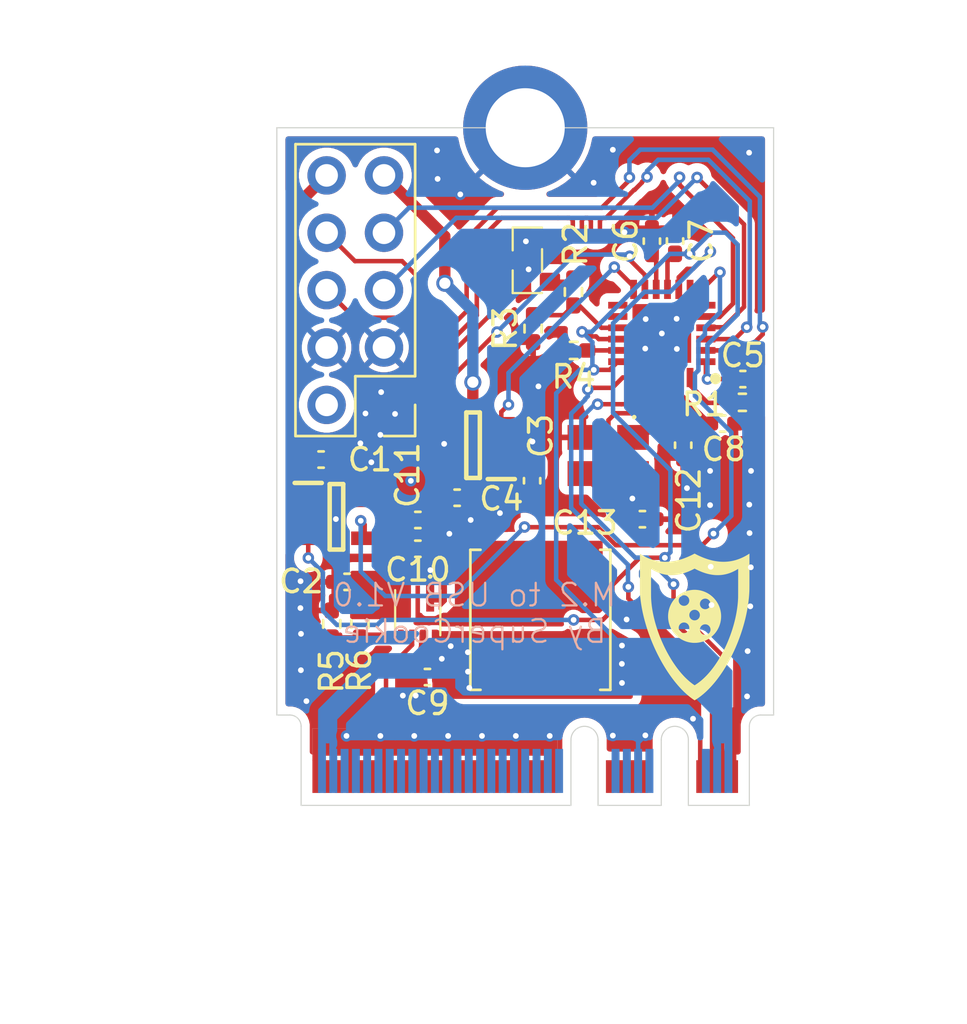
<source format=kicad_pcb>
(kicad_pcb (version 20241229) (generator "pcbnew") (generator_version "9.0")
  (layers (0 "F.Cu" signal) (2 "B.Cu" signal) (13 "F.Paste" user) (15 "B.Paste" user) (5 "F.SilkS" user "F.Silkscreen") (7 "B.SilkS" user "B.Silkscreen") (1 "F.Mask" user) (3 "B.Mask" user) (25 "Edge.Cuts" user))
  (net 0 "")
  (net 1 "VBUS_OUT_1")
  (net 2 "GND")
  (net 3 "+5V")
  (net 4 "VBUS_OUT_2")
  (net 5 "+3.3V")
  (net 6 "Net-(IC1-CRFILT)")
  (net 7 "Net-(IC1-PLLFILT)")
  (net 8 "XTAL1")
  (net 9 "XTAL2")
  (net 10 "Net-(IC1-SUSP_IND{slash}LOCAL_PWR{slash}(NON_REM0))")
  (net 11 "OC2")
  (net 12 "USB_D_UP+")
  (net 13 "USB_D_DN1+")
  (net 14 "Reset")
  (net 15 "USB_D_DN2+")
  (net 17 "USB_D_DN1-")
  (net 18 "USB_D_UP-")
  (net 20 "USB_D_DN2-")
  (net 22 "Net-(IC1-RBIAS)")
  (net 23 "Port2_EN")
  (net 24 "OC1")
  (net 25 "Port1_EN")
  (net 69 "Net-(PS1-SW)")
  (net 70 "Net-(PS1-FB)")
  (net 71 "Net-(U1-~Reset)")
  (footprint "Component Library:SOT95P280X145-5N" (layer "F.Cu") (at 146.515 85.66)
    (property "Reference" "IC2")
    (property "Value" "TPS2041CDBVT" (hide yes))
  )
  (footprint "Capacitor_SMD:C_0402_1005Metric_Pad0.74x0.62mm_HandSolder" (layer "F.Cu") (at 150.12 87.075 180)
    (property "Reference" "C10")
    (property "Value" "10uF")
  )
  (footprint "Inductor_SMD:L_Bourns_SRN6045TA" (layer "F.Cu") (at 155.545 90.22 90)
    (property "Reference" "L1")
    (property "Value" "1uH")
  )
  (footprint "Capacitor_SMD:C_0402_1005Metric_Pad0.74x0.62mm_HandSolder" (layer "F.Cu") (at 160.065 85.765)
    (property "Reference" "C13")
    (property "Value" "C_Small")
  )
  (footprint "Capacitor_SMD:C_0402_1005Metric_Pad0.74x0.62mm_HandSolder" (layer "F.Cu") (at 150.12 85.8 180)
    (property "Reference" "C11")
    (property "Value" "10uF")
  )
  (footprint "Resistor_SMD:R_0402_1005Metric" (layer "F.Cu") (at 164.4925 80.5925)
    (property "Reference" "R1")
    (property "Value" "12kΩ")
  )
  (footprint "Resistor_SMD:R_0402_1005Metric_Pad0.72x0.64mm_HandSolder" (layer "F.Cu") (at 146.305 90.4025 90)
    (property "Reference" "R5")
    (property "Value" "100kΩ")
  )
  (footprint "Capacitor_SMD:C_0402_1005Metric_Pad0.74x0.62mm_HandSolder" (layer "F.Cu") (at 150.545 92.755 180)
    (property "Reference" "C9")
    (property "Value" "2.2uF")
  )
  (footprint "Component Library:TPS61022RWUR" (layer "F.Cu") (at 150.115 89.905 -90)
    (property "Reference" "PS1")
    (property "Value" "TPS61022RWUR" (hide yes))
  )
  (footprint "Component Library:USB 2.0 Front Header" (layer "F.Cu") (at 148.62 80.705 180)
    (property "Reference" "J2")
    (property "Value" "Conn_2Rows-09Pins")
  )
  (footprint "Component Library:NGFF_A+E" (layer "F.Cu") (at 154.875 98.435)
    (property "Reference" "J1")
    (property "Value" "M.2 Slot")
    (fp_line (start -11 -4) (end -10.425 -4) (stroke (width 0.05)) (layer "Edge.Cuts"))
    (fp_line (start -9.925 -3.5) (end -9.925 0) (stroke (width 0.05)) (layer "Edge.Cuts"))
    (fp_line (start -9.925 0) (end 2.025 0) (stroke (width 0.05)) (layer "Edge.Cuts"))
    (fp_line (start 2.025 0) (end 2.025 -2.9) (stroke (width 0.05)) (layer "Edge.Cuts"))
    (fp_line (start 3.225 -2.9) (end 3.225 0) (stroke (width 0.05)) (layer "Edge.Cuts"))
    (fp_line (start 3.225 0) (end 6.025 0) (stroke (width 0.05)) (layer "Edge.Cuts"))
    (fp_line (start 6.025 0) (end 6.025 -2.9) (stroke (width 0.05)) (layer "Edge.Cuts"))
    (fp_line (start 7.225 -2.9) (end 7.225 0) (stroke (width 0.05)) (layer "Edge.Cuts"))
    (fp_line (start 7.225 0) (end 9.925 0) (stroke (width 0.05)) (layer "Edge.Cuts"))
    (fp_line (start 9.925 0) (end 9.925 -3.5) (stroke (width 0.05)) (layer "Edge.Cuts"))
    (fp_line (start 10.425 -4) (end 11 -4) (stroke (width 0.05)) (layer "Edge.Cuts"))
    (fp_arc (start -10.425 -4) (mid -10.071447 -3.853553) (end -9.925 -3.5) (stroke (width 0.05)) (layer "Edge.Cuts"))
    (fp_arc (start 2.025 -2.9) (mid 2.625 -3.5) (end 3.225 -2.9) (stroke (width 0.05)) (layer "Edge.Cuts"))
    (fp_arc (start 6.025 -2.9) (mid 6.625 -3.5) (end 7.225 -2.9) (stroke (width 0.05)) (layer "Edge.Cuts"))
    (fp_arc (start 9.925 -3.5) (mid 10.071447 -3.853553) (end 10.425 -4) (stroke (width 0.05)) (layer "Edge.Cuts"))
  )
  (footprint "Capacitor_SMD:C_0402_1005Metric_Pad0.74x0.62mm_HandSolder" (layer "F.Cu") (at 160.485 73.455 90)
    (property "Reference" "C6")
    (property "Value" "1uF")
  )
  (footprint "Capacitor_SMD:C_0402_1005Metric_Pad0.74x0.62mm_HandSolder" (layer "F.Cu") (at 155.18 84.0625 90)
    (property "Reference" "C3")
    (property "Value" "10uF")
  )
  (footprint "LOGO" (layer "F.Cu") (at 162.3825 90.535)
    (property "Reference" "G***" (hide yes))
    (property "Value" "LOGO" (hide yes))
  )
  (footprint "Resistor_SMD:R_0402_1005Metric_Pad0.72x0.64mm_HandSolder" (layer "F.Cu") (at 157.01 75.705 -90)
    (property "Reference" "R2")
    (property "Value" "100kΩ")
  )
  (footprint "Capacitor_SMD:C_0402_1005Metric_Pad0.74x0.62mm_HandSolder" (layer "F.Cu") (at 161.87 82.49 90)
    (property "Reference" "C12")
    (property "Value" "C_Small")
  )
  (footprint "Resistor_SMD:R_0402_1005Metric_Pad0.72x0.64mm_HandSolder" (layer "F.Cu") (at 157.0225 78.295 180)
    (property "Reference" "R4")
    (property "Value" "100kΩ")
  )
  (footprint "Resistor_SMD:R_0402_1005Metric_Pad0.72x0.64mm_HandSolder" (layer "F.Cu") (at 155.225 77.33 -90)
    (property "Reference" "R3")
    (property "Value" "100kΩ")
  )
  (footprint "Component Library:APX809-SR" (layer "F.Cu") (at 154.97 74.305 180)
    (property "Reference" "U1")
    (property "Value" "APX809-46SRG-7")
  )
  (footprint "Capacitor_SMD:C_0402_1005Metric_Pad0.74x0.62mm_HandSolder" (layer "F.Cu") (at 161.51 73.45 -90)
    (property "Reference" "C7")
    (property "Value" "1uF")
  )
  (footprint "Component Library:RH10010000105050TR" (layer "F.Cu") (at 158.55 82.945 180)
    (property "Reference" "Y1")
    (property "Value" "RH100-24.000-9-1015-EXT-TR" (hide yes))
  )
  (footprint "Resistor_SMD:R_0402_1005Metric_Pad0.72x0.64mm_HandSolder" (layer "F.Cu") (at 147.555 90.4025 -90)
    (property "Reference" "R6")
    (property "Value" "732kΩ")
  )
  (footprint "Capacitor_SMD:C_0402_1005Metric_Pad0.74x0.62mm_HandSolder" (layer "F.Cu") (at 163.62 81.5325)
    (property "Reference" "C8")
    (property "Value" "100nF")
  )
  (footprint "Component Library:SOT95P280X145-5N" (layer "F.Cu") (at 152.565 82.49 180)
    (property "Reference" "IC3")
    (property "Value" "TPS2041CDBVT" (hide yes))
  )
  (footprint "Component Library:m.2 edge mount hole" (layer "F.Cu") (at 154.875 68.435)
    (property "Reference" "H1")
    (property "Value" "MountingHole_Pad")
  )
  (footprint "Capacitor_SMD:C_0402_1005Metric_Pad0.74x0.62mm_HandSolder" (layer "F.Cu") (at 146.985 88.54 180)
    (property "Reference" "C2")
    (property "Value" "100nF")
  )
  (footprint "Component Library:QFN50P400X400X100-25N-D" (layer "F.Cu") (at 160.925 77.5425 180)
    (property "Reference" "IC1")
    (property "Value" "USB2422T_MJ" (hide yes))
  )
  (footprint "Capacitor_SMD:C_0402_1005Metric_Pad0.74x0.62mm_HandSolder" (layer "F.Cu") (at 151.86 84.815)
    (property "Reference" "C4")
    (property "Value" "100nF")
  )
  (footprint "Capacitor_SMD:C_0402_1005Metric" (layer "F.Cu") (at 164.5125 79.5625 180)
    (property "Reference" "C5")
    (property "Value" "100nF")
  )
  (footprint "Capacitor_SMD:C_0402_1005Metric_Pad0.74x0.62mm_HandSolder" (layer "F.Cu") (at 145.835 83.125 180)
    (property "Reference" "C1")
    (property "Value" "10uF")
  )
  (gr_line (start 165.875 68.435) (end 143.875 68.435) (stroke (width 0.05)) (layer "Edge.Cuts"))
  (gr_line (start 143.875 68.435) (end 143.875 94.435) (stroke (width 0.05)) (layer "Edge.Cuts"))
  (gr_line (start 165.875 94.435) (end 165.875 68.435) (stroke (width 0.05)) (layer "Edge.Cuts"))
  (gr_text "M.2 to USB V1.0\nBy SuperCookie" (at 152.625 89.93 0) (layer "B.SilkS") (effects (font (size 1 1) (thickness 0.1)) (justify mirror)))
  (segment (start 145.2675 82.6425) (end 144.59 81.965) (width 0.5) (layer "F.Cu") (net 1))
  (segment (start 145.2675 83.125) (end 145.2675 82.6425) (width 0.5) (layer "F.Cu") (net 1))
  (segment (start 145.265 84.71) (end 145.265 83.1275) (width 0.5) (layer "F.Cu") (net 1))
  (segment (start 144.59 81.965) (end 144.59 72.035) (width 0.5) (layer "F.Cu") (net 1))
  (segment (start 145.265 83.1275) (end 145.2675 83.125) (width 0.2) (layer "F.Cu") (net 1))
  (segment (start 144.59 72.035) (end 146.08 70.545) (width 0.5) (layer "F.Cu") (net 1))
  (segment (start 162.625 97.16) (end 162.625 94.918297) (width 0.2) (layer "F.Cu") (net 2))
  (segment (start 164.125 94.185) (end 164.7 93.61) (width 0.2) (layer "F.Cu") (net 2))
  (segment (start 162.625 94.918297) (end 162.305788 94.599085) (width 0.2) (layer "F.Cu") (net 2))
  (segment (start 164.125 97.16) (end 164.125 94.185) (width 0.2) (layer "F.Cu") (net 2))
  (via (at 164.725 91.605) (size 0.508) (drill 0.254) (layers "F.Cu" "B.Cu") (net 2))
  (via (at 154.46 95.36) (size 0.508) (drill 0.254) (layers "F.Cu" "B.Cu") (net 2))
  (via (at 162.305788 94.599085) (size 0.508) (drill 0.254) (layers "F.Cu" "B.Cu") (net 2))
  (via (at 150.97 69.44) (size 0.508) (drill 0.254) (layers "F.Cu" "B.Cu") (net 2))
  (via (at 160.19 78.2125) (size 0.508) (drill 0.254) (layers "F.Cu" "B.Cu") (net 2))
  (via (at 163.09 87.87) (size 0.508) (drill 0.254) (layers "F.Cu" "B.Cu") (net 2))
  (via (at 152.46 85.8) (size 0.508) (drill 0.254) (layers "F.Cu" "B.Cu") (net 2))
  (via (at 148.06 83.245) (size 0.508) (drill 0.254) (layers "F.Cu" "B.Cu") (net 2))
  (via (at 161.58 76.8925) (size 0.508) (drill 0.254) (layers "F.Cu" "B.Cu") (net 2))
  (via (at 163.0625 83.6275) (size 0.508) (drill 0.254) (layers "F.Cu" "B.Cu") (net 2))
  (via (at 146.49 85.76) (size 0.508) (drill 0.254) (layers "F.Cu" "B.Cu") (net 2))
  (via (at 155.025 74.705) (size 0.508) (drill 0.254) (layers "F.Cu" "B.Cu") (net 2))
  (via (at 146.96 95.36) (size 0.508) (drill 0.254) (layers "F.Cu" "B.Cu") (net 2))
  (via (at 155.46 79.885) (size 0.508) (drill 0.254) (layers "F.Cu" "B.Cu") (net 2))
  (via (at 150.025 93.575) (size 0.508) (drill 0.254) (layers "F.Cu" "B.Cu") (net 2))
  (via (at 147.8 81.085) (size 0.508) (drill 0.254) (layers "F.Cu" "B.Cu") (net 2))
  (via (at 148.495 80.14) (size 0.508) (drill 0.254) (layers "F.Cu" "B.Cu") (net 2))
  (via (at 163.125 89.565) (size 0.508) (drill 0.254) (layers "F.Cu" "B.Cu") (net 2))
  (via (at 151.46 95.36) (size 0.508) (drill 0.254) (layers "F.Cu" "B.Cu") (net 2))
  (via (at 152 71.385) (size 0.508) (drill 0.254) (layers "F.Cu" "B.Cu") (net 2))
  (via (at 150.675 88.02) (size 0.508) (drill 0.254) (layers "F.Cu" "B.Cu") (net 2))
  (via (at 150.995 70.7) (size 0.508) (drill 0.254) (layers "F.Cu" "B.Cu") (net 2))
  (via (at 154.905 73.465) (size 0.508) (drill 0.254) (layers "F.Cu" "B.Cu") (net 2))
  (via (at 164.7 93.61) (size 0.508) (drill 0.254) (layers "F.Cu" "B.Cu") (net 2))
  (via (at 160.925 77.5425) (size 0.508) (drill 0.254) (layers "F.Cu" "B.Cu") (net 2))
  (via (at 164.79 69.54) (size 0.508) (drill 0.254) (layers "F.Cu" "B.Cu") (net 2))
  (via (at 148.46 82.03) (size 0.508) (drill 0.254) (layers "F.Cu" "B.Cu") (net 2))
  (via (at 149.455 93.575) (size 0.508) (drill 0.254) (layers "F.Cu" "B.Cu") (net 2))
  (via (at 151.515 86.41) (size 0.508) (drill 0.254) (layers "F.Cu" "B.Cu") (net 2))
  (via (at 158.755 95.345) (size 0.508) (drill 0.254) (layers "F.Cu" "B.Cu") (net 2))
  (via (at 155.195 82.33) (size 0.508) (drill 0.254) (layers "F.Cu" "B.Cu") (net 2))
  (via (at 144.945 90.84) (size 0.508) (drill 0.254) (layers "F.Cu" "B.Cu") (net 2))
  (via (at 151.285 82.43) (size 0.508) (drill 0.254) (layers "F.Cu" "B.Cu") (net 2))
  (via (at 160.195 95.335) (size 0.508) (drill 0.254) (layers "F.Cu" "B.Cu") (net 2))
  (via (at 144.92 89.7) (size 0.508) (drill 0.254) (layers "F.Cu" "B.Cu") (net 2))
  (via (at 160.21 76.9075) (size 0.508) (drill 0.254) (layers "F.Cu" "B.Cu") (net 2))
  (via (at 148.46 95.36) (size 0.508) (drill 0.254) (layers "F.Cu" "B.Cu") (net 2))
  (via (at 159.62 84.85) (size 0.508) (drill 0.254) (layers "F.Cu" "B.Cu") (net 2))
  (via (at 159.365 90.205) (size 0.508) (drill 0.254) (layers "F.Cu" "B.Cu") (net 2))
  (via (at 144.925 88.51) (size 0.508) (drill 0.254) (layers "F.Cu" "B.Cu") (net 2))
  (via (at 164.81 86.38) (size 0.508) (drill 0.254) (layers "F.Cu" "B.Cu") (net 2))
  (via (at 147.575 82.405) (size 0.508) (drill 0.254) (layers "F.Cu" "B.Cu") (net 2))
  (via (at 163.0625 85.1425) (size 0.508) (drill 0.254) (layers "F.Cu" "B.Cu") (net 2))
  (via (at 164.865 87.895) (size 0.508) (drill 0.254) (layers "F.Cu" "B.Cu") (net 2))
  (via (at 153.755 85.495) (size 0.508) (drill 0.254) (layers "F.Cu" "B.Cu") (net 2))
  (via (at 155.96 95.36) (size 0.508) (drill 0.254) (layers "F.Cu" "B.Cu") (net 2))
  (via (at 164.8425 89.6225) (size 0.508) (drill 0.254) (layers "F.Cu" "B.Cu") (net 2))
  (via (at 159.27 73.06) (size 0.508) (drill 0.254) (layers "F.Cu" "B.Cu") (net 2))
  (via (at 149.11 81.105) (size 0.508) (drill 0.254) (layers "F.Cu" "B.Cu") (net 2))
  (via (at 152.96 95.36) (size 0.508) (drill 0.254) (layers "F.Cu" "B.Cu") (net 2))
  (via (at 164.7975 85.12) (size 0.508) (drill 0.254) (layers "F.Cu" "B.Cu") (net 2))
  (via (at 161.59 78.2275) (size 0.508) (drill 0.254) (layers "F.Cu" "B.Cu") (net 2))
  (via (at 162.0375 84.39) (size 0.508) (drill 0.254) (layers "F.Cu" "B.Cu") (net 2))
  (via (at 157.905 70.87) (size 0.508) (drill 0.254) (layers "F.Cu" "B.Cu") (net 2))
  (via (at 164.875 83.6275) (size 0.508) (drill 0.254) (layers "F.Cu" "B.Cu") (net 2))
  (via (at 144.94 92.45) (size 0.508) (drill 0.254) (layers "F.Cu" "B.Cu") (net 2))
  (via (at 145.185 93.82) (size 0.508) (drill 0.254) (layers "F.Cu" "B.Cu") (net 2))
  (via (at 158.755 69.41) (size 0.508) (drill 0.254) (layers "F.Cu" "B.Cu") (net 2))
  (via (at 149.96 95.36) (size 0.508) (drill 0.254) (layers "F.Cu" "B.Cu") (net 2))
  (segment (start 159.875 95.655) (end 160.195 95.335) (width 0.2) (layer "B.Cu") (net 2))
  (segment (start 159.875 96.91) (end 159.875 95.655) (width 0.2) (layer "B.Cu") (net 2))
  (segment (start 151.810298 78.23) (end 151.54 78.23) (width 0.2) (layer "F.Cu") (net 3))
  (segment (start 151.54 78.23) (end 149.81 79.96) (width 0.2) (layer "F.Cu") (net 3))
  (segment (start 153.97 74.305) (end 153.97 76.070298) (width 0.2) (layer "F.Cu") (net 3))
  (segment (start 153.97 76.070298) (end 151.810298 78.23) (width 0.2) (layer "F.Cu") (net 3))
  (segment (start 149.81 79.96) (end 149.81 84.065) (width 0.2) (layer "F.Cu") (net 3))
  (via (at 149.81 84.065) (size 0.508) (drill 0.254) (layers "F.Cu" "B.Cu") (net 3))
  (segment (start 151.315 75.32) (end 151.315 73.24) (width 0.5) (layer "F.Cu") (net 4))
  (segment (start 153.015 83.44) (end 153.815 83.44) (width 0.5) (layer "F.Cu") (net 4))
  (segment (start 155.125 83.44) (end 155.18 83.495) (width 0.2) (layer "F.Cu") (net 4))
  (segment (start 152.555 82.98) (end 153.015 83.44) (width 0.5) (layer "F.Cu") (net 4))
  (segment (start 153.815 83.44) (end 155.125 83.44) (width 0.5) (layer "F.Cu") (net 4))
  (segment (start 151.315 73.24) (end 148.62 70.545) (width 0.5) (layer "F.Cu") (net 4))
  (segment (start 152.555 79.7) (end 152.555 82.98) (width 0.5) (layer "F.Cu") (net 4))
  (via (at 152.555 79.7) (size 0.754) (drill 0.5) (layers "F.Cu" "B.Cu") (net 4))
  (via (at 151.315 75.32) (size 0.754) (drill 0.5) (layers "F.Cu" "B.Cu") (net 4))
  (segment (start 152.555 79.7) (end 152.555 76.56) (width 0.5) (layer "B.Cu") (net 4))
  (segment (start 152.555 76.56) (end 151.315 75.32) (width 0.5) (layer "B.Cu") (net 4))
  (segment (start 158.6125 79.155) (end 158.975 78.7925) (width 0.2) (layer "F.Cu") (net 5))
  (segment (start 157.39 77.47) (end 157.62 77.47) (width 0.2) (layer "F.Cu") (net 5))
  (segment (start 162.945 79.56) (end 164.0675 79.56) (width 0.2) (layer "F.Cu") (net 5))
  (segment (start 161.5125 74.02) (end 161.51 74.0175) (width 0.2) (layer "F.Cu") (net 5))
  (segment (start 148.71 93.75) (end 149.235 94.275) (width 0.2) (layer "F.Cu") (net 5))
  (segment (start 149.865 90.88) (end 149.865 91.332) (width 0.2) (layer "F.Cu") (net 5))
  (segment (start 162.155 74.02) (end 161.5125 74.02) (width 0.2) (layer "F.Cu") (net 5))
  (segment (start 157.62 77.47) (end 157.824 77.674) (width 0.2) (layer "F.Cu") (net 5))
  (segment (start 158.012886 77.674) (end 158.131386 77.7925) (width 0.2) (layer "F.Cu") (net 5))
  (segment (start 158.131386 77.7925) (end 158.975 77.7925) (width 0.2) (layer "F.Cu") (net 5))
  (segment (start 157.91 79.155) (end 158.6125 79.155) (width 0.2) (layer "F.Cu") (net 5))
  (segment (start 162.875 78.7925) (end 162.875 79.49) (width 0.2) (layer "F.Cu") (net 5))
  (segment (start 149.235 94.275) (end 150.435 94.275) (width 0.2) (layer "F.Cu") (net 5))
  (segment (start 161.175 74.3525) (end 161.51 74.0175) (width 0.2) (layer "F.Cu") (net 5))
  (segment (start 148.71 92.487) (end 148.71 93.75) (width 0.2) (layer "F.Cu") (net 5))
  (segment (start 151.1125 93.5975) (end 151.1125 92.755) (width 0.2) (layer "F.Cu") (net 5))
  (segment (start 161.175 75.5925) (end 161.175 74.3525) (width 0.2) (layer "F.Cu") (net 5))
  (segment (start 149.865 91.332) (end 148.71 92.487) (width 0.2) (layer "F.Cu") (net 5))
  (segment (start 164.0675 79.56) (end 164.1075 79.6) (width 0.2) (layer "F.Cu") (net 5))
  (segment (start 162.875 79.49) (end 162.945 79.56) (width 0.2) (layer "F.Cu") (net 5))
  (segment (start 150.435 94.275) (end 151.1125 93.5975) (width 0.2) (layer "F.Cu") (net 5))
  (segment (start 157.824 77.674) (end 158.012886 77.674) (width 0.2) (layer "F.Cu") (net 5))
  (via (at 157.39 77.47) (size 0.508) (drill 0.254) (layers "F.Cu" "B.Cu") (net 5))
  (via (at 159.16 93.015) (size 0.508) (drill 0.254) (layers "F.Cu" "B.Cu") (net 5))
  (via (at 152.335 91.655) (size 0.508) (drill 0.254) (layers "F.Cu" "B.Cu") (net 5))
  (via (at 151.575 91.385) (size 0.508) (drill 0.254) (layers "F.Cu" "B.Cu") (net 5))
  (via (at 162.945 79.56) (size 0.508) (drill 0.254) (layers "F.Cu" "B.Cu") (net 5))
  (via (at 159.16 91.36) (size 0.508) (drill 0.254) (layers "F.Cu" "B.Cu") (net 5))
  (via (at 152.34 92.515) (size 0.508) (drill 0.254) (layers "F.Cu" "B.Cu") (net 5))
  (via (at 152.397729 93.231701) (size 0.508) (drill 0.254) (layers "F.Cu" "B.Cu") (net 5))
  (via (at 151.18 91.945) (size 0.508) (drill 0.254) (layers "F.Cu" "B.Cu") (net 5))
  (via (at 159.155 92.17) (size 0.508) (drill 0.254) (layers "F.Cu" "B.Cu") (net 5))
  (via (at 162.155 74.02) (size 0.508) (drill 0.254) (layers "F.Cu" "B.Cu") (net 5))
  (via (at 157.91 79.155) (size 0.508) (drill 0.254) (layers "F.Cu" "B.Cu") (net 5))
  (segment (start 157.85 79.095) (end 157.91 79.155) (width 0.2) (layer "B.Cu") (net 5))
  (segment (start 164.285 73.6125) (end 164.285 76.695) (width 0.2) (layer "B.Cu") (net 5))
  (segment (start 157.39 77.47) (end 157.85 77.93) (width 0.2) (layer "B.Cu") (net 5))
  (segment (start 161.27 74.02) (end 162.155 74.02) (width 0.2) (layer "B.Cu") (net 5))
  (segment (start 156.245 80.195) (end 157.285 79.155) (width 0.2) (layer "B.Cu") (net 5))
  (segment (start 162.155 74.02) (end 163.095 73.08) (width 0.2) (layer "B.Cu") (net 5))
  (segment (start 157.285 79.155) (end 157.91 79.155) (width 0.2) (layer "B.Cu") (net 5))
  (segment (start 163.095 73.08) (end 163.7525 73.08) (width 0.2) (layer "B.Cu") (net 5))
  (segment (start 159.16 91.36) (end 156.245 88.445) (width 0.2) (layer "B.Cu") (net 5))
  (segment (start 157.85 77.93) (end 157.85 79.095) (width 0.2) (layer "B.Cu") (net 5))
  (segment (start 163.7525 73.08) (end 164.285 73.6125) (width 0.2) (layer "B.Cu") (net 5))
  (segment (start 162.945 78.035) (end 162.945 79.56) (width 0.2) (layer "B.Cu") (net 5))
  (segment (start 157.39 77.47) (end 157.82 77.47) (width 0.2) (layer "B.Cu") (net 5))
  (segment (start 164.285 76.695) (end 162.945 78.035) (width 0.2) (layer "B.Cu") (net 5))
  (segment (start 157.82 77.47) (end 161.27 74.02) (width 0.2) (layer "B.Cu") (net 5))
  (segment (start 156.245 88.445) (end 156.245 80.195) (width 0.2) (layer "B.Cu") (net 5))
  (segment (start 160.675 75.5925) (end 160.675 74.2125) (width 0.2) (layer "F.Cu") (net 6))
  (segment (start 160.675 74.2125) (end 160.485 74.0225) (width 0.2) (layer "F.Cu") (net 6))
  (segment (start 161.675 80.155) (end 163.0525 81.5325) (width 0.2) (layer "F.Cu") (net 7))
  (segment (start 161.675 79.4925) (end 161.675 80.155) (width 0.2) (layer "F.Cu") (net 7))
  (segment (start 161.175 81.2275) (end 161.87 81.9225) (width 0.2) (layer "F.Cu") (net 8))
  (segment (start 159.65 82.145) (end 160.125 82.145) (width 0.2) (layer "F.Cu") (net 8))
  (segment (start 161.175 79.4925) (end 161.175 81.2275) (width 0.2) (layer "F.Cu") (net 8))
  (segment (start 159.8725 81.9225) (end 159.65 82.145) (width 0.2) (layer "F.Cu") (net 8))
  (segment (start 161.87 81.9225) (end 159.8725 81.9225) (width 0.2) (layer "F.Cu") (net 8))
  (segment (start 157.45 83.8175) (end 159.4975 85.865) (width 0.2) (layer "F.Cu") (net 9))
  (segment (start 158.868 81.075) (end 158.56 81.383) (width 0.2) (layer "F.Cu") (net 9))
  (segment (start 160.675 79.4925) (end 160.675 80.7) (width 0.2) (layer "F.Cu") (net 9))
  (segment (start 158.56 82.887) (end 157.702 83.745) (width 0.2) (layer "F.Cu") (net 9))
  (segment (start 160.675 80.7) (end 160.3 81.075) (width 0.2) (layer "F.Cu") (net 9))
  (segment (start 158.56 81.383) (end 158.56 82.887) (width 0.2) (layer "F.Cu") (net 9))
  (segment (start 157.45 83.745) (end 157.45 83.8175) (width 0.2) (layer "F.Cu") (net 9))
  (segment (start 160.3 81.075) (end 158.868 81.075) (width 0.2) (layer "F.Cu") (net 9))
  (segment (start 157.702 83.745) (end 157.45 83.745) (width 0.2) (layer "F.Cu") (net 9))
  (segment (start 158.975 78.2925) (end 157.6225 78.2925) (width 0.2) (layer "F.Cu") (net 10))
  (segment (start 157.6225 78.2925) (end 157.62 78.295) (width 0.2) (layer "F.Cu") (net 10))
  (segment (start 153.815 81.54) (end 153.815 81.015) (width 0.2) (layer "F.Cu") (net 11))
  (segment (start 153.815 81.015) (end 154.135 80.695) (width 0.2) (layer "F.Cu") (net 11))
  (segment (start 159.675 75.5925) (end 159.675 75.46) (width 0.2) (layer "F.Cu") (net 11))
  (segment (start 159.675 75.46) (end 158.82 74.605) (width 0.2) (layer "F.Cu") (net 11))
  (via (at 154.135 80.695) (size 0.508) (drill 0.254) (layers "F.Cu" "B.Cu") (net 11))
  (via (at 158.82 74.605) (size 0.508) (drill 0.254) (layers "F.Cu" "B.Cu") (net 11))
  (segment (start 158.82 74.605) (end 154.135 79.29) (width 0.2) (layer "B.Cu") (net 11))
  (segment (start 154.135 79.29) (end 154.135 80.695) (width 0.2) (layer "B.Cu") (net 11))
  (segment (start 159.14 80.674) (end 158.081 80.674) (width 0.2) (layer "F.Cu") (net 12))
  (segment (start 163.6 91.796802) (end 161.444099 89.640901) (width 0.2) (layer "F.Cu") (net 12))
  (segment (start 163.625 96.072499) (end 163.6 96.047499) (width 0.2) (layer "F.Cu") (net 12))
  (segment (start 160.175 79.4925) (end 160.175 80.3) (width 0.2) (layer "F.Cu") (net 12))
  (segment (start 163.625 97.16) (end 163.625 96.072499) (width 0.2) (layer "F.Cu") (net 12))
  (segment (start 161.444099 89.640901) (end 161.444099 88.640901) (width 0.2) (layer "F.Cu") (net 12))
  (segment (start 160.175 80.3) (end 159.801 80.674) (width 0.2) (layer "F.Cu") (net 12))
  (segment (start 163.6 96.047499) (end 163.6 91.796802) (width 0.2) (layer "F.Cu") (net 12))
  (segment (start 159.801 80.674) (end 159.14 80.674) (width 0.2) (layer "F.Cu") (net 12))
  (via (at 158.081 80.674) (size 0.508) (drill 0.254) (layers "F.Cu" "B.Cu") (net 12))
  (via (at 161.444099 88.640901) (size 0.508) (drill 0.254) (layers "F.Cu" "B.Cu") (net 12))
  (segment (start 158.081 80.674) (end 157.963199 80.674) (width 0.2) (layer "B.Cu") (net 12))
  (segment (start 157.36 85.081802) (end 159.744099 87.465901) (width 0.2) (layer "B.Cu") (net 12))
  (segment (start 160.269099 87.465901) (end 161.444099 88.640901) (width 0.2) (layer "B.Cu") (net 12))
  (segment (start 157.963199 80.674) (end 157.36 81.277199) (width 0.2) (layer "B.Cu") (net 12))
  (segment (start 157.36 81.277199) (end 157.36 85.081802) (width 0.2) (layer "B.Cu") (net 12))
  (segment (start 159.744099 87.465901) (end 160.269099 87.465901) (width 0.2) (layer "B.Cu") (net 12))
  (segment (start 157.62304 72.43) (end 157.54304 72.43) (width 0.2) (layer "F.Cu") (net 13))
  (segment (start 164.1575 77.7925) (end 164.685 77.265) (width 0.2) (layer "F.Cu") (net 13))
  (segment (start 152.73 76.743198) (end 151.798198 77.675) (width 0.2) (layer "F.Cu") (net 13))
  (segment (start 147.3 76.845) (end 146.08 75.625) (width 0.2) (layer "F.Cu") (net 13))
  (segment (start 159.719889 71.185) (end 159.695 71.185) (width 0.2) (layer "F.Cu") (net 13))
  (segment (start 157.22304 73.35) (end 157.14304 73.35) (width 0.2) (layer "F.Cu") (net 13))
  (segment (start 156.74304 72.43) (end 156.325 72.43) (width 0.2) (layer "F.Cu") (net 13))
  (segment (start 158.02304 73.35) (end 157.94304 73.35) (width 0.2) (layer "F.Cu") (net 13))
  (segment (start 156.325 72.43) (end 153.828198 72.43) (width 0.2) (layer "F.Cu") (net 13))
  (segment (start 158.18304 72.59) (end 158.18304 73.19) (width 0.2) (layer "F.Cu") (net 13))
  (segment (start 158.45 72.43) (end 158.34304 72.43) (width 0.2) (layer "F.Cu") (net 13))
  (segment (start 160.045 70.835) (end 160.045 70.859889) (width 0.2) (layer "F.Cu") (net 13))
  (segment (start 152.73 73.528198) (end 152.73 76.743198) (width 0.2) (layer "F.Cu") (net 13))
  (segment (start 157.78304 73.19) (end 157.78304 72.59) (width 0.2) (layer "F.Cu") (net 13))
  (segment (start 156.82304 72.43) (end 156.74304 72.43) (width 0.2) (layer "F.Cu") (net 13))
  (segment (start 149.29 76.845) (end 147.3 76.845) (width 0.2) (layer "F.Cu") (net 13))
  (segment (start 156.98304 73.19) (end 156.98304 72.59) (width 0.2) (layer "F.Cu") (net 13))
  (segment (start 153.828198 72.43) (end 152.73 73.528198) (width 0.2) (layer "F.Cu") (net 13))
  (segment (start 151.798198 77.675) (end 150.12 77.675) (width 0.2) (layer "F.Cu") (net 13))
  (segment (start 159.695 71.185) (end 158.45 72.43) (width 0.2) (layer "F.Cu") (net 13))
  (segment (start 160.045 70.859889) (end 159.719889 71.185) (width 0.2) (layer "F.Cu") (net 13))
  (segment (start 157.38304 72.59) (end 157.38304 73.19) (width 0.2) (layer "F.Cu") (net 13))
  (segment (start 160.27 70.61) (end 160.045 70.835) (width 0.2) (layer "F.Cu") (net 13))
  (segment (start 150.12 77.675) (end 149.29 76.845) (width 0.2) (layer "F.Cu") (net 13))
  (segment (start 162.875 77.7925) (end 164.1575 77.7925) (width 0.2) (layer "F.Cu") (net 13))
  (via (at 164.685 77.265) (size 0.508) (drill 0.254) (layers "F.Cu" "B.Cu") (net 13))
  (via (at 160.27 70.61) (size 0.508) (drill 0.254) (layers "F.Cu" "B.Cu") (net 13))
  (arc (start 157.38304 73.19) (mid 157.336177 73.303137) (end 157.22304 73.35) (width 0.2) (layer "F.Cu") (net 13))
  (arc (start 158.18304 73.19) (mid 158.136177 73.303137) (end 158.02304 73.35) (width 0.2) (layer "F.Cu") (net 13))
  (arc (start 158.34304 72.43) (mid 158.229903 72.476863) (end 158.18304 72.59) (width 0.2) (layer "F.Cu") (net 13))
  (arc (start 157.94304 73.35) (mid 157.829903 73.303137) (end 157.78304 73.19) (width 0.2) (layer "F.Cu") (net 13))
  (arc (start 157.14304 73.35) (mid 157.029903 73.303137) (end 156.98304 73.19) (width 0.2) (layer "F.Cu") (net 13))
  (arc (start 157.54304 72.43) (mid 157.429903 72.476863) (end 157.38304 72.59) (width 0.2) (layer "F.Cu") (net 13))
  (arc (start 156.98304 72.59) (mid 156.936177 72.476863) (end 156.82304 72.43) (width 0.2) (layer "F.Cu") (net 13))
  (arc (start 157.78304 72.59) (mid 157.736177 72.476863) (end 157.62304 72.43) (width 0.2) (layer "F.Cu") (net 13))
  (segment (start 160.27 70.35) (end 160.27 70.61) (width 0.2) (layer "B.Cu") (net 13))
  (segment (start 164.685 77.265) (end 164.818999 77.131001) (width 0.2) (layer "B.Cu") (net 13))
  (segment (start 162.987619 69.855) (end 160.765 69.855) (width 0.2) (layer "B.Cu") (net 13))
  (segment (start 164.818999 71.68638) (end 162.987619 69.855) (width 0.2) (layer "B.Cu") (net 13))
  (segment (start 160.765 69.855) (end 160.27 70.35) (width 0.2) (layer "B.Cu") (net 13))
  (segment (start 164.818999 77.131001) (end 164.818999 71.68638) (width 0.2) (layer "B.Cu") (net 13))
  (segment (start 156.58 76.7325) (end 157.01 76.3025) (width 0.2) (layer "F.Cu") (net 14))
  (segment (start 155.225 76.7325) (end 156.58 76.7325) (width 0.2) (layer "F.Cu") (net 14))
  (segment (start 158.975 77.2925) (end 158.2525 77.2925) (width 0.2) (layer "F.Cu") (net 14))
  (segment (start 157.01 76.3025) (end 157.2625 76.3025) (width 0.2) (layer "F.Cu") (net 14))
  (segment (start 157.2625 76.3025) (end 158.2525 77.2925) (width 0.2) (layer "F.Cu") (net 14))
  (segment (start 161.709587 70.959587) (end 164.075 73.325) (width 0.2) (layer "F.Cu") (net 15))
  (segment (start 163.175 76.8175) (end 163.15 76.7925) (width 0.2) (layer "F.Cu") (net 15))
  (segment (start 164.075 73.325) (end 164.075 76.221802) (width 0.2) (layer "F.Cu") (net 15))
  (segment (start 163.15 76.7925) (end 162.875 76.7925) (width 0.2) (layer "F.Cu") (net 15))
  (segment (start 161.71 70.625) (end 161.709587 70.625413) (width 0.2) (layer "F.Cu") (net 15))
  (segment (start 163.479302 76.8175) (end 163.175 76.8175) (width 0.2) (layer "F.Cu") (net 15))
  (segment (start 161.709587 70.625413) (end 161.709587 70.959587) (width 0.2) (layer "F.Cu") (net 15))
  (segment (start 164.075 76.221802) (end 163.479302 76.8175) (width 0.2) (layer "F.Cu") (net 15))
  (via (at 161.71 70.625) (size 0.508) (drill 0.254) (layers "F.Cu" "B.Cu") (net 15))
  (segment (start 148.62 73.085) (end 149.73 71.975) (width 0.2) (layer "B.Cu") (net 15))
  (segment (start 161.71 70.625) (end 161.71 70.775915) (width 0.2) (layer "B.Cu") (net 15))
  (segment (start 160.510915 71.975) (end 152.276802 71.975) (width 0.2) (layer "B.Cu") (net 15))
  (segment (start 161.71 70.775915) (end 160.510915 71.975) (width 0.2) (layer "B.Cu") (net 15))
  (segment (start 149.73 71.975) (end 152.276802 71.975) (width 0.2) (layer "B.Cu") (net 15))
  (segment (start 147.335 74.34) (end 146.08 73.085) (width 0.2) (layer "F.Cu") (net 17))
  (segment (start 150.675 77.225) (end 150.055 76.605) (width 0.2) (layer "F.Cu") (net 17))
  (segment (start 159.49 70.63) (end 159.49 70.753603) (width 0.2) (layer "F.Cu") (net 17))
  (segment (start 152.28 76.556802) (end 151.611802 77.225) (width 0.2) (layer "F.Cu") (net 17))
  (segment (start 150.055 76.605) (end 150.055 74.975) (width 0.2) (layer "F.Cu") (net 17))
  (segment (start 159.49 70.753603) (end 158.263603 71.98) (width 0.2) (layer "F.Cu") (net 17))
  (segment (start 153.641802 71.98) (end 152.28 73.341802) (width 0.2) (layer "F.Cu") (net 17))
  (segment (start 165.393 77.577) (end 165.393 77.255) (width 0.2) (layer "F.Cu") (net 17))
  (segment (start 158.263603 71.98) (end 153.641802 71.98) (width 0.2) (layer "F.Cu") (net 17))
  (segment (start 149.42 74.34) (end 147.335 74.34) (width 0.2) (layer "F.Cu") (net 17))
  (segment (start 162.875 78.2925) (end 164.6775 78.2925) (width 0.2) (layer "F.Cu") (net 17))
  (segment (start 165.05 77.92) (end 165.393 77.577) (width 0.2) (layer "F.Cu") (net 17))
  (segment (start 151.611802 77.225) (end 150.675 77.225) (width 0.2) (layer "F.Cu") (net 17))
  (segment (start 150.055 74.975) (end 149.42 74.34) (width 0.2) (layer "F.Cu") (net 17))
  (segment (start 152.28 73.341802) (end 152.28 76.556802) (width 0.2) (layer "F.Cu") (net 17))
  (segment (start 164.6775 78.2925) (end 165.05 77.92) (width 0.2) (layer "F.Cu") (net 17))
  (via (at 165.393 77.255) (size 0.508) (drill 0.254) (layers "F.Cu" "B.Cu") (net 17))
  (via (at 159.49 70.63) (size 0.508) (drill 0.254) (layers "F.Cu" "B.Cu") (net 17))
  (segment (start 159.49 69.875) (end 159.49 70.63) (width 0.2) (layer "B.Cu") (net 17))
  (segment (start 163.174015 69.405) (end 159.965 69.405) (width 0.2) (layer "B.Cu") (net 17))
  (segment (start 159.965 69.405) (end 159.74 69.63) (width 0.2) (layer "B.Cu") (net 17))
  (segment (start 165.269001 71.499986) (end 163.174015 69.405) (width 0.2) (layer "B.Cu") (net 17))
  (segment (start 159.74 69.63) (end 159.735 69.63) (width 0.2) (layer "B.Cu") (net 17))
  (segment (start 165.393 77.255) (end 165.269001 77.131001) (width 0.2) (layer "B.Cu") (net 17))
  (segment (start 165.269001 77.131001) (end 165.269001 71.499986) (width 0.2) (layer "B.Cu") (net 17))
  (segment (start 159.735 69.63) (end 159.49 69.875) (width 0.2) (layer "B.Cu") (net 17))
  (segment (start 157.935 79.95) (end 157.715 79.95) (width 0.2) (layer "F.Cu") (net 18))
  (segment (start 163.15 96.047499) (end 163.125 96.072499) (width 0.2) (layer "F.Cu") (net 18))
  (segment (start 159.442188 88.761287) (end 159.442188 89.275386) (width 0.2) (layer "F.Cu") (net 18))
  (segment (start 159.1925 79.4925) (end 158.755 79.93) (width 0.2) (layer "F.Cu") (net 18))
  (segment (start 163.15 91.983198) (end 163.15 96.047499) (width 0.2) (layer "F.Cu") (net 18))
  (segment (start 161.125901 89.959099) (end 163.15 91.983198) (width 0.2) (layer "F.Cu") (net 18))
  (segment (start 157.715 79.95) (end 157.645 80.02) (width 0.2) (layer "F.Cu") (net 18))
  (segment (start 158.755 79.93) (end 158.735 79.95) (width 0.2) (layer "F.Cu") (net 18))
  (segment (start 160.125901 89.959099) (end 161.125901 89.959099) (width 0.2) (layer "F.Cu") (net 18))
  (segment (start 159.675 79.4925) (end 159.1925 79.4925) (width 0.2) (layer "F.Cu") (net 18))
  (segment (start 159.442188 89.275386) (end 160.125901 89.959099) (width 0.2) (layer "F.Cu") (net 18))
  (segment (start 158.735 79.95) (end 157.935 79.95) (width 0.2) (layer "F.Cu") (net 18))
  (segment (start 163.125 96.072499) (end 163.125 97.16) (width 0.2) (layer "F.Cu") (net 18))
  (via (at 157.645 80.02) (size 0.508) (drill 0.254) (layers "F.Cu" "B.Cu") (net 18))
  (via (at 159.442188 88.761287) (size 0.508) (drill 0.254) (layers "F.Cu" "B.Cu") (net 18))
  (segment (start 157.526 80.474801) (end 157.526 80.444111) (width 0.2) (layer "B.Cu") (net 18))
  (segment (start 157.526 80.444111) (end 157.645 80.325111) (width 0.2) (layer "B.Cu") (net 18))
  (segment (start 156.91 81.090801) (end 157.526 80.474801) (width 0.2) (layer "B.Cu") (net 18))
  (segment (start 159.425901 87.784099) (end 156.91 85.268198) (width 0.2) (layer "B.Cu") (net 18))
  (segment (start 159.442188 88.761287) (end 159.425901 88.745) (width 0.2) (layer "B.Cu") (net 18))
  (segment (start 157.645 80.325111) (end 157.645 80.02) (width 0.2) (layer "B.Cu") (net 18))
  (segment (start 156.91 85.268198) (end 156.91 81.090801) (width 0.2) (layer "B.Cu") (net 18))
  (segment (start 159.425901 88.745) (end 159.425901 87.784099) (width 0.2) (layer "B.Cu") (net 18))
  (segment (start 164.565 76.368198) (end 163.665698 77.2675) (width 0.2) (layer "F.Cu") (net 20))
  (segment (start 163.665698 77.2675) (end 163.175 77.2675) (width 0.2) (layer "F.Cu") (net 20))
  (segment (start 163.175 77.2675) (end 163.15 77.2925) (width 0.2) (layer "F.Cu") (net 20))
  (segment (start 162.486156 70.636156) (end 164.565 72.715) (width 0.2) (layer "F.Cu") (net 20))
  (segment (start 164.565 72.715) (end 164.565 76.368198) (width 0.2) (layer "F.Cu") (net 20))
  (segment (start 163.15 77.2925) (end 162.875 77.2925) (width 0.2) (layer "F.Cu") (net 20))
  (via (at 162.486156 70.636156) (size 0.508) (drill 0.254) (layers "F.Cu" "B.Cu") (net 20))
  (segment (start 160.697312 72.425) (end 152.463198 72.425) (width 0.2) (layer "B.Cu") (net 20))
  (segment (start 148.62 75.625) (end 151.82 72.425) (width 0.2) (layer "B.Cu") (net 20))
  (segment (start 151.82 72.425) (end 152.463198 72.425) (width 0.2) (layer "B.Cu") (net 20))
  (segment (start 162.486156 70.636156) (end 160.697312 72.425) (width 0.2) (layer "B.Cu") (net 20))
  (segment (start 162.955 80.615) (end 162.175 79.835) (width 0.2) (layer "F.Cu") (net 22))
  (segment (start 162.175 79.835) (end 162.175 79.4925) (width 0.2) (layer "F.Cu") (net 22))
  (segment (start 163.9975 80.615) (end 162.955 80.615) (width 0.2) (layer "F.Cu") (net 22))
  (segment (start 151.315 79.79) (end 153.625 77.48) (width 0.2) (layer "F.Cu") (net 23))
  (segment (start 160.175 75.5925) (end 160.175 74.95) (width 0.2) (layer "F.Cu") (net 23))
  (segment (start 153.625 77.48) (end 153.515 77.59) (width 0.2) (layer "F.Cu") (net 23))
  (segment (start 159.5 74.275) (end 159.5 74.125) (width 0.2) (layer "F.Cu") (net 23))
  (segment (start 159.995 74.77) (end 159.5 74.275) (width 0.2) (layer "F.Cu") (net 23))
  (segment (start 160.175 74.95) (end 159.995 74.77) (width 0.2) (layer "F.Cu") (net 23))
  (segment (start 151.315 81.54) (end 151.315 79.79) (width 0.2) (layer "F.Cu") (net 23))
  (via (at 153.625 77.48) (size 0.508) (drill 0.254) (layers "F.Cu" "B.Cu") (net 23))
  (via (at 159.5 74.125) (size 0.508) (drill 0.254) (layers "F.Cu" "B.Cu") (net 23))
  (segment (start 153.625 77.48) (end 157.055 74.05) (width 0.2) (layer "B.Cu") (net 23))
  (segment (start 157.055 74.05) (end 159.425 74.05) (width 0.2) (layer "B.Cu") (net 23))
  (segment (start 159.425 74.05) (end 159.5 74.125) (width 0.2) (layer "B.Cu") (net 23))
  (segment (start 145.265 86.61) (end 145.265 87.475) (width 0.2) (layer "F.Cu") (net 24))
  (segment (start 158.735 89.795) (end 158.735 88.685) (width 0.2) (layer "F.Cu") (net 24))
  (segment (start 161.675 75.055) (end 162.045 74.685) (width 0.2) (layer "F.Cu") (net 24))
  (segment (start 162.045 74.685) (end 162.305 74.685) (width 0.2) (layer "F.Cu") (net 24))
  (segment (start 158.305 90.225) (end 158.735 89.795) (width 0.2) (layer "F.Cu") (net 24))
  (segment (start 162.305 74.685) (end 163.075 73.915) (width 0.2) (layer "F.Cu") (net 24))
  (segment (start 157.0175 90.225) (end 158.305 90.225) (width 0.2) (layer "F.Cu") (net 24))
  (segment (start 161.675 75.5925) (end 161.675 75.055) (width 0.2) (layer "F.Cu") (net 24))
  (segment (start 158.735 88.685) (end 159.948337 87.471663) (width 0.2) (layer "F.Cu") (net 24))
  (segment (start 145.265 87.475) (end 145.27 87.48) (width 0.2) (layer "F.Cu") (net 24))
  (segment (start 159.948337 87.471663) (end 161.058337 87.471663) (width 0.2) (layer "F.Cu") (net 24))
  (via (at 145.27 87.48) (size 0.508) (drill 0.254) (layers "F.Cu" "B.Cu") (net 24))
  (via (at 161.058337 87.471663) (size 0.508) (drill 0.254) (layers "F.Cu" "B.Cu") (net 24))
  (via (at 157.0175 90.225) (size 0.508) (drill 0.254) (layers "F.Cu" "B.Cu") (net 24))
  (via (at 163.075 73.915) (size 0.508) (drill 0.254) (layers "F.Cu" "B.Cu") (net 24))
  (segment (start 161.058337 87.471663) (end 161.305 87.225) (width 0.2) (layer "B.Cu") (net 24))
  (segment (start 148.54 90.225) (end 148.32 90.445) (width 0.2) (layer "B.Cu") (net 24))
  (segment (start 161.29 75.7) (end 163.075 73.915) (width 0.2) (layer "B.Cu") (net 24))
  (segment (start 148.32 90.445) (end 146.535 90.445) (width 0.2) (layer "B.Cu") (net 24))
  (segment (start 158.765 77.0921) (end 160.1571 75.7) (width 0.2) (layer "B.Cu") (net 24))
  (segment (start 161.305 87.225) (end 161.305 83.5975) (width 0.2) (layer "B.Cu") (net 24))
  (segment (start 157.0175 90.225) (end 148.54 90.225) (width 0.2) (layer "B.Cu") (net 24))
  (segment (start 158.765 81.0575) (end 158.765 77.0921) (width 0.2) (layer "B.Cu") (net 24))
  (segment (start 146.535 90.445) (end 145.915 89.825) (width 0.2) (layer "B.Cu") (net 24))
  (segment (start 160.1571 75.7) (end 161.29 75.7) (width 0.2) (layer "B.Cu") (net 24))
  (segment (start 145.915 89.825) (end 145.915 88.125) (width 0.2) (layer "B.Cu") (net 24))
  (segment (start 145.915 88.125) (end 145.27 87.48) (width 0.2) (layer "B.Cu") (net 24))
  (segment (start 161.305 83.5975) (end 158.765 81.0575) (width 0.2) (layer "B.Cu") (net 24))
  (segment (start 154.84375 86.11125) (end 154.8525 86.12) (width 0.2) (layer "F.Cu") (net 25))
  (segment (start 147.765 86.01) (end 147.59 85.835) (width 0.2) (layer "F.Cu") (net 25))
  (segment (start 147.765 86.61) (end 147.765 86.01) (width 0.2) (layer "F.Cu") (net 25))
  (segment (start 163.195 86.4375) (end 163.195 86.385) (width 0.2) (layer "F.Cu") (net 25))
  (segment (start 162.715 86.9175) (end 163.195 86.4375) (width 0.2) (layer "F.Cu") (net 25))
  (segment (start 154.8525 86.12) (end 158.09 86.12) (width 0.2) (layer "F.Cu") (net 25))
  (segment (start 163.499 74.834064) (end 163.460936 74.834064) (width 0.2) (layer "F.Cu") (net 25))
  (segment (start 163.195 86.385) (end 163.2125 86.4025) (width 0.2) (layer "F.Cu") (net 25))
  (segment (start 163.460936 74.834064) (end 162.7025 75.5925) (width 0.2) (layer "F.Cu") (net 25))
  (segment (start 162.7025 75.5925) (end 162.175 75.5925) (width 0.2) (layer "F.Cu") (net 25))
  (segment (start 158.8875 86.9175) (end 162.715 86.9175) (width 0.2) (layer "F.Cu") (net 25))
  (segment (start 158.09 86.12) (end 158.8875 86.9175) (width 0.2) (layer "F.Cu") (net 25))
  (segment (start 162.175 75.5925) (end 162.175 75.5) (width 0.2) (layer "F.Cu") (net 25))
  (via (at 154.84375 86.11125) (size 0.508) (drill 0.254) (layers "F.Cu" "B.Cu") (net 25))
  (via (at 163.499 74.834064) (size 0.508) (drill 0.254) (layers "F.Cu" "B.Cu") (net 25))
  (via (at 147.59 85.835) (size 0.508) (drill 0.254) (layers "F.Cu" "B.Cu") (net 25))
  (via (at 163.2125 86.4025) (size 0.508) (drill 0.254) (layers "F.Cu" "B.Cu") (net 25))
  (segment (start 162.544 79.176111) (end 162.39 79.330111) (width 0.2) (layer "B.Cu") (net 25))
  (segment (start 151.79 89.165) (end 148.675 89.165) (width 0.2) (layer "B.Cu") (net 25))
  (segment (start 154.84375 86.11125) (end 151.79 89.165) (width 0.2) (layer "B.Cu") (net 25))
  (segment (start 162.544 77.8689) (end 162.544 79.176111) (width 0.2) (layer "B.Cu") (net 25))
  (segment (start 163.499 74.834064) (end 163.499 76.611) (width 0.2) (layer "B.Cu") (net 25))
  (segment (start 162.8325 77.5804) (end 162.544 77.8689) (width 0.2) (layer "B.Cu") (net 25))
  (segment (start 163.499 76.611) (end 162.8325 77.2775) (width 0.2) (layer "B.Cu") (net 25))
  (segment (start 162.8325 77.2775) (end 162.8325 77.5804) (width 0.2) (layer "B.Cu") (net 25))
  (segment (start 147.59 88.08) (end 147.59 85.835) (width 0.2) (layer "B.Cu") (net 25))
  (segment (start 162.39 79.330111) (end 162.39 80.3025) (width 0.2) (layer "B.Cu") (net 25))
  (segment (start 148.675 89.165) (end 147.59 88.08) (width 0.2) (layer "B.Cu") (net 25))
  (segment (start 164.0025 81.915) (end 164.0025 85.6125) (width 0.2) (layer "B.Cu") (net 25))
  (segment (start 162.39 80.3025) (end 164.0025 81.915) (width 0.2) (layer "B.Cu") (net 25))
  (segment (start 164.0025 85.6125) (end 163.2125 86.4025) (width 0.2) (layer "B.Cu") (net 25))
  (segment (start 146.305 91) (end 147.555 91) (width 0.2) (layer "F.Cu") (net 70))
  (segment (start 146.675 90.88) (end 146.555 91) (width 0.2) (layer "F.Cu") (net 70))
  (segment (start 149.365 90.88) (end 147.675 90.88) (width 0.2) (layer "F.Cu") (net 70))
  (segment (start 156.8625 75.255) (end 157.01 75.1075) (width 0.2) (layer "F.Cu") (net 71))
  (segment (start 155.97 75.255) (end 156.8625 75.255) (width 0.2) (layer "F.Cu") (net 71))
  (segment (start 157.01 75.1075) (end 156.9975 75.1075) (width 0.2) (layer "F.Cu") (net 71))
  (zone (net 2) (net_name "GND") (layer "F.Cu") (priority 5) (connect_pads yes (clearance 0.2)) (min_thickness 0.2) (fill yes (thermal_gap 0.25) (thermal_bridge_width 0.25))
    (polygon (pts (xy 145.45 95.03) (xy 156.29 95.03) (xy 156.3 95.04) (xy 156.3 96.5475) (xy 145.55 96.5475) (xy 145.45 96.4475)))
  )
  (zone (net 3) (net_name "+5V") (layer "F.Cu") (priority 7) (connect_pads yes (clearance 0.15)) (min_thickness 0.2) (fill yes (thermal_gap 0.25) (thermal_bridge_width 0.25))
    (polygon (pts (xy 147.12 90.195) (xy 149.85 90.195) (xy 149.85 88.275) (xy 150.12 88.005) (xy 150.12 85.345) (xy 150.32 85.145) (xy 151.71 85.145) (xy 151.7225 84.1) (xy 151.9375 84.0975) (xy 151.94 83.11) (xy 149.535 83.11) (xy 148.575 84.07) (xy 147.225 84.07) (xy 146.965 84.33) (xy 146.965 85.205) (xy 146.99 85.23) (xy 148.125 85.23) (xy 148.775 85.88) (xy 148.775 87.605) (xy 148.33 88.05) (xy 147.12 88.05)))
  )
  (zone (net 2) (net_name "GND") (layer "F.Cu") (priority 8) (connect_pads (clearance 0.15)) (min_thickness 0.2) (fill yes (thermal_gap 0.2) (thermal_bridge_width 0.4))
    (polygon (pts (xy 150.945 89.88) (xy 151.41 89.415) (xy 151.41 87.74) (xy 152.825 86.325) (xy 154.455 86.325) (xy 154.67 86.11) (xy 154.67 85.37) (xy 153.5225 84.2225) (xy 152.2575 84.2225) (xy 151.8575 84.6225) (xy 151.8575 85.1275) (xy 151.62 85.365) (xy 150.39 85.365) (xy 150.12 85.635) (xy 150.12 88.265) (xy 150.385 88.53) (xy 150.385 89.59) (xy 150.385 89.855) (xy 150.385 89.88)))
  )
  (zone (net 5) (net_name "+3.3V") (layer "F.Cu") (priority 1) (connect_pads yes (clearance 0.2)) (min_thickness 0.2) (fill yes (thermal_gap 0.25) (thermal_bridge_width 0.25))
    (polygon (pts (xy 150.69 90.62) (xy 158.755 90.62) (xy 159.605 91.105) (xy 159.642369 93.72) (xy 158.12 93.72) (xy 150.835 93.72) (xy 150.69 93.575)))
  )
  (zone (net 69) (net_name "Net-(PS1-SW)") (layer "F.Cu") (priority 3) (connect_pads yes (clearance 0.2)) (min_thickness 0.2) (fill yes (thermal_gap 0.25) (thermal_bridge_width 0.25))
    (polygon (pts (xy 149.85 89.905) (xy 149.85 90.515) (xy 158.305 90.515) (xy 158.305 86.72) (xy 152.965 86.72) (xy 151.76 87.925) (xy 151.76 89.555) (xy 151.41 89.905)))
  )
  (zone (net 2) (net_name "GND") (layer "F.Cu") (priority 2) (connect_pads yes (clearance 0.2)) (min_thickness 0.2) (fill yes (thermal_gap 0.25) (thermal_bridge_width 0.25))
    (polygon (pts (xy 150.56 90.62) (xy 150.56 93.565) (xy 150.225 93.9) (xy 149.295 93.9) (xy 149.115 93.72) (xy 149.115 92.59) (xy 150.145 91.56) (xy 150.145 90.625) (xy 150.15 90.62)))
  )
  (zone (net 2) (net_name "GND") (layers "F.Cu" "B.Cu") (connect_pads (clearance 0.381)) (min_thickness 0.25) (fill yes (thermal_gap 0.25) (thermal_bridge_width 0.25) (island_removal_mode 2) (island_area_min 10))
    (polygon (pts (xy 133.845 62.78) (xy 170.205 62.78) (xy 174.45 67.025) (xy 174.45 108.14) (xy 134.015 108.14) (xy 131.615 105.74) (xy 131.615 65.01)))
  )
  (zone (net 5) (net_name "+3.3V") (layer "B.Cu") (priority 9) (connect_pads (clearance 0.2)) (min_thickness 0.2) (fill yes (thermal_gap 0.25) (thermal_bridge_width 0.5))
    (polygon (pts (xy 145.7 96) (xy 146.55 96) (xy 146.55 94.63) (xy 148.355 92.825) (xy 151.775 92.825) (xy 151.775 93.25) (xy 152.11 93.57) (xy 162.285 93.57) (xy 163.15 94.435) (xy 163.15 96.03) (xy 164.05 96.03) (xy 164.05 92.46) (xy 162.61 91.02) (xy 152.64 91.02) (xy 150.59 91.02) (xy 149.915 91.695) (xy 148.19 91.695) (xy 145.7 94.185)))
  )
)
</source>
